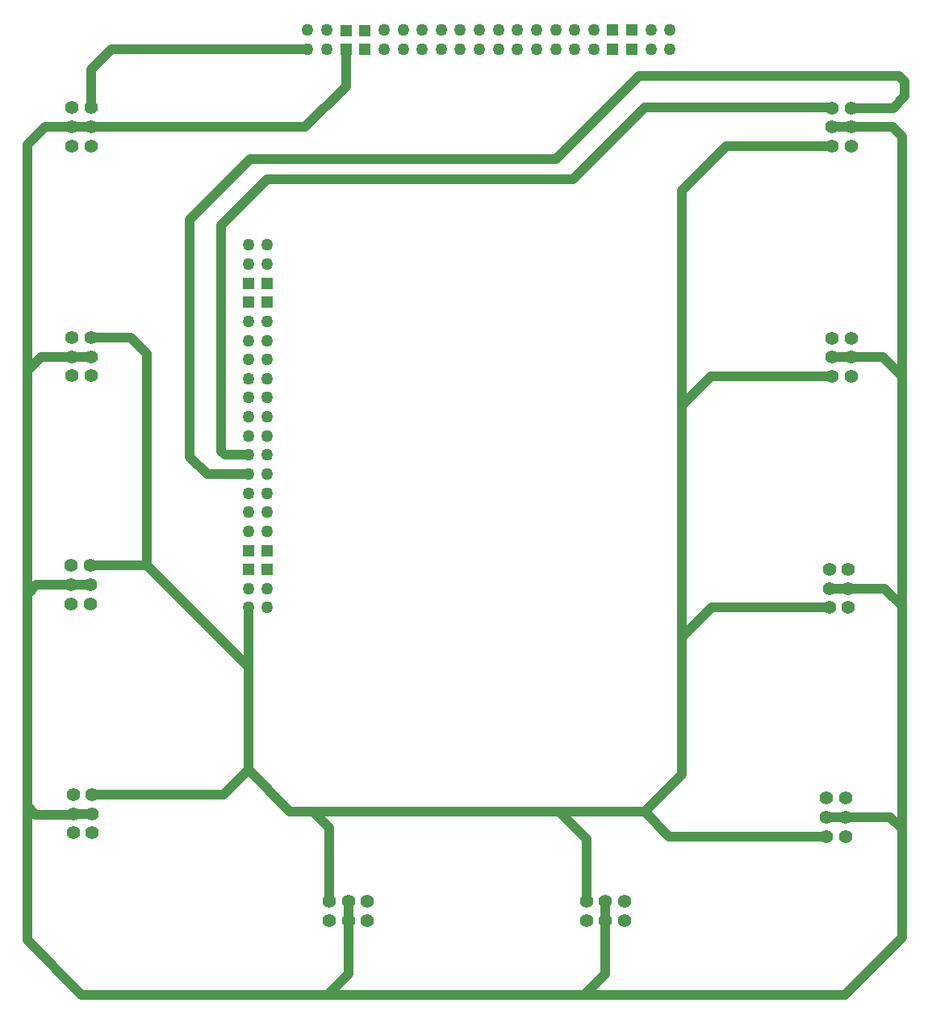
<source format=gbr>
G04 EAGLE Gerber RS-274X export*
G75*
%MOMM*%
%FSLAX34Y34*%
%LPD*%
%INBottom Copper*%
%IPPOS*%
%AMOC8*
5,1,8,0,0,1.08239X$1,22.5*%
G01*
G04 Define Apertures*
%ADD10C,1.408000*%
%ADD11R,1.258000X1.258000*%
%ADD12C,1.258000*%
%ADD13C,1.016000*%
%ADD14R,0.756400X0.756400*%
D10*
X817800Y570400D03*
X837800Y570400D03*
X817800Y590400D03*
X837800Y590400D03*
X817800Y610400D03*
X837800Y610400D03*
X817800Y811800D03*
X837800Y811800D03*
X817800Y831800D03*
X837800Y831800D03*
X817800Y851800D03*
X837800Y851800D03*
D11*
X225300Y367900D03*
X225300Y387900D03*
X205300Y367900D03*
X205300Y387900D03*
X225300Y647900D03*
X225200Y668000D03*
X205300Y647900D03*
X205400Y667900D03*
X327500Y913200D03*
X307500Y913200D03*
X307500Y933100D03*
X327500Y933100D03*
X587500Y933200D03*
X587600Y913300D03*
X607400Y933200D03*
X607500Y913000D03*
D12*
X225200Y327900D03*
X225300Y348000D03*
X205300Y328000D03*
X205400Y347900D03*
X225200Y408000D03*
X205200Y407900D03*
X225200Y428000D03*
X205200Y427900D03*
X205200Y447900D03*
X225200Y448000D03*
X225200Y468000D03*
X205200Y468100D03*
X225300Y488000D03*
X205200Y487900D03*
X225200Y507900D03*
X205300Y508000D03*
X225200Y528000D03*
X205200Y527900D03*
X225300Y548000D03*
X205300Y548000D03*
X225300Y568000D03*
X205200Y568000D03*
X225300Y587900D03*
X205200Y587900D03*
X225300Y607900D03*
X205200Y607900D03*
X225300Y628000D03*
X205200Y628000D03*
X225300Y687900D03*
X205200Y687900D03*
X225300Y708000D03*
X205200Y708000D03*
X287600Y913200D03*
X267500Y913200D03*
X287600Y933300D03*
X267500Y933300D03*
X367600Y913200D03*
X347500Y913200D03*
X367600Y933300D03*
X347500Y933300D03*
X407600Y913300D03*
X387500Y913300D03*
X407600Y933400D03*
X387500Y933400D03*
X447600Y913300D03*
X427500Y913300D03*
X447600Y933400D03*
X427500Y933400D03*
X487600Y913200D03*
X467500Y913200D03*
X487600Y933300D03*
X467500Y933300D03*
X527600Y913200D03*
X507500Y913200D03*
X527600Y933300D03*
X507500Y933300D03*
X567700Y913200D03*
X547600Y913200D03*
X567700Y933300D03*
X547600Y933300D03*
X647600Y913200D03*
X627500Y913200D03*
X647600Y933300D03*
X627500Y933300D03*
D10*
X814700Y328100D03*
X834700Y328100D03*
X814700Y348100D03*
X834700Y348100D03*
X814700Y368100D03*
X834700Y368100D03*
X811700Y88100D03*
X831700Y88100D03*
X811700Y108100D03*
X831700Y108100D03*
X811700Y128100D03*
X831700Y128100D03*
X41300Y131900D03*
X21300Y131900D03*
X41300Y111900D03*
X21300Y111900D03*
X41300Y91900D03*
X21300Y91900D03*
X39300Y371900D03*
X19300Y371900D03*
X39300Y351900D03*
X19300Y351900D03*
X39300Y331900D03*
X19300Y331900D03*
X40300Y610900D03*
X20300Y610900D03*
X40300Y590900D03*
X20300Y590900D03*
X40300Y570900D03*
X20300Y570900D03*
X40300Y851900D03*
X20300Y851900D03*
X40300Y831900D03*
X20300Y831900D03*
X40300Y811900D03*
X20300Y811900D03*
X290000Y20000D03*
X290000Y0D03*
X310000Y20000D03*
X310000Y0D03*
X330000Y20000D03*
X330000Y0D03*
X560000Y20000D03*
X560000Y0D03*
X580000Y20000D03*
X580000Y0D03*
X600000Y20000D03*
X600000Y0D03*
D13*
X690400Y570400D02*
X817800Y570400D01*
X690400Y570400D02*
X660000Y540000D01*
X660000Y297000D01*
X660000Y153000D01*
X621000Y114000D01*
X531000Y114000D01*
X273000Y114000D01*
X249000Y114000D01*
X205300Y157700D01*
X205300Y265700D01*
X205300Y328000D01*
X290000Y97000D02*
X290000Y20000D01*
X290000Y97000D02*
X273000Y114000D01*
X560000Y85000D02*
X560000Y20000D01*
X560000Y85000D02*
X531000Y114000D01*
X646900Y88100D02*
X811700Y88100D01*
X646900Y88100D02*
X621000Y114000D01*
X691100Y328100D02*
X814700Y328100D01*
X691100Y328100D02*
X660000Y297000D01*
X706800Y811800D02*
X817800Y811800D01*
X706800Y811800D02*
X660000Y765000D01*
X660000Y540000D01*
X179500Y131900D02*
X41300Y131900D01*
X179500Y131900D02*
X205300Y157700D01*
X40300Y851900D02*
X40300Y892300D01*
X61200Y913200D01*
X267500Y913200D01*
X99100Y371900D02*
X39300Y371900D01*
X99100Y371900D02*
X205300Y265700D01*
X82100Y610900D02*
X40300Y610900D01*
X82100Y610900D02*
X99100Y593900D01*
X99100Y371900D01*
X40300Y831900D02*
X20300Y831900D01*
X-8100Y831900D01*
X-27000Y813000D01*
X-27000Y576000D01*
X-27000Y342000D01*
X-27000Y120000D01*
X-18000Y111000D01*
X-27000Y342000D02*
X-17100Y351900D01*
X19300Y351900D01*
X-27000Y576000D02*
X-12100Y590900D01*
X20300Y590900D01*
X40300Y590900D01*
X39300Y351900D02*
X19300Y351900D01*
X-27000Y120000D02*
X-27000Y-21000D01*
X30000Y-78000D01*
X288000Y-78000D01*
X558000Y-78000D01*
X580000Y-56000D01*
X580000Y0D01*
X580000Y20000D01*
X310000Y0D02*
X310000Y-56000D01*
X288000Y-78000D01*
X310000Y0D02*
X310000Y20000D01*
X558000Y-78000D02*
X831000Y-78000D01*
X891000Y-18000D01*
X891000Y96000D01*
X891000Y330000D01*
X891000Y570000D01*
X891000Y822000D01*
X881200Y831800D01*
X837800Y831800D01*
X817800Y831800D01*
X870600Y590400D02*
X891000Y570000D01*
X870600Y590400D02*
X837800Y590400D01*
X817800Y590400D01*
X872900Y348100D02*
X891000Y330000D01*
X872900Y348100D02*
X834700Y348100D01*
X814700Y348100D01*
X831700Y108100D02*
X878900Y108100D01*
X891000Y96000D01*
X831700Y108100D02*
X811700Y108100D01*
X264900Y831900D02*
X40300Y831900D01*
X264900Y831900D02*
X307500Y874500D01*
X307500Y913200D01*
X20400Y111000D02*
X-18000Y111000D01*
X20400Y111000D02*
X21300Y111900D01*
X41300Y111900D01*
X181100Y487900D02*
X205200Y487900D01*
X181100Y487900D02*
X177000Y492000D01*
X177000Y729000D01*
X225000Y777000D01*
X546000Y777000D01*
X621000Y852000D01*
X817600Y852000D01*
D14*
X817600Y852000D03*
D13*
X205200Y468100D02*
X161900Y468100D01*
X144000Y486000D01*
X144000Y735000D01*
X207000Y798000D01*
X528000Y798000D01*
X615000Y885000D01*
X837800Y851800D02*
X881800Y851800D01*
X894000Y864000D01*
X894000Y879000D01*
X888000Y885000D01*
X615000Y885000D01*
M02*

</source>
